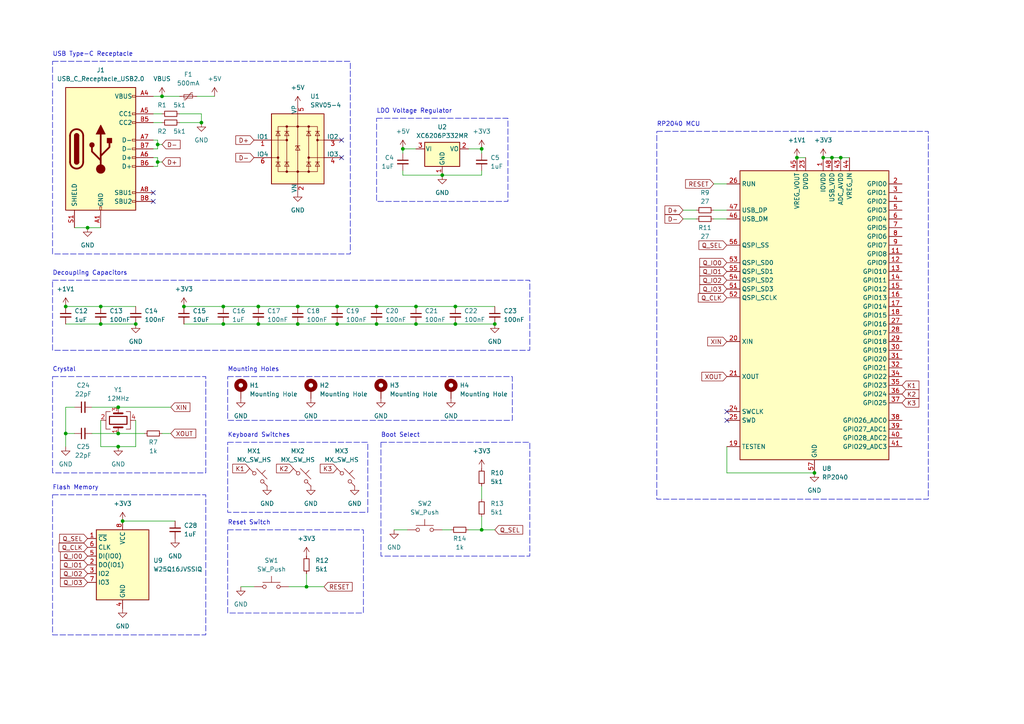
<source format=kicad_sch>
(kicad_sch (version 20230121) (generator eeschema)
  (paper "A4")
  (title_block (title "Cloverpad MX") (rev "1"))
  (lib_symbols
    (symbol "Connector:USB_C_Receptacle_USB2.0" (pin_names (offset 1.016))
      (property "Reference" "J" (at -10.16 19.05 0))
      (property "Value" "USB_C_Receptacle_USB2.0" (at 19.05 19.05 0))
      (symbol "USB_C_Receptacle_USB2.0_0_0"
        (rectangle (start -0.254 -17.78) (end 0.254 -16.764))
        (rectangle (start 10.16 -14.986) (end 9.144 -15.494))
        (rectangle (start 10.16 -12.446) (end 9.144 -12.954))
        (rectangle (start 10.16 -4.826) (end 9.144 -5.334))
        (rectangle (start 10.16 -2.286) (end 9.144 -2.794))
        (rectangle (start 10.16 0.254) (end 9.144 -0.254))
        (rectangle (start 10.16 2.794) (end 9.144 2.286))
        (rectangle (start 10.16 7.874) (end 9.144 7.366))
        (rectangle (start 10.16 10.414) (end 9.144 9.906))
        (rectangle (start 10.16 15.494) (end 9.144 14.986))
      )
      (symbol "USB_C_Receptacle_USB2.0_0_1"
        (rectangle (start -10.16 17.78) (end 10.16 -17.78) (stroke (width 0.254)) (fill (type background)))
        (arc (start -8.89 -3.81) (mid -6.985 -5.7067) (end -5.08 -3.81) (stroke (width 0.508)))
        (arc (start -7.62 -3.81) (mid -6.985 -4.4423) (end -6.35 -3.81) (stroke (width 0.254)))
        (arc (start -7.62 -3.81) (mid -6.985 -4.4423) (end -6.35 -3.81) (stroke (width 0.254)) (fill (type outline)))
        (rectangle (start -7.62 -3.81) (end -6.35 3.81) (stroke (width 0.254)) (fill (type outline)))
        (arc (start -6.35 3.81) (mid -6.985 4.4423) (end -7.62 3.81) (stroke (width 0.254)))
        (arc (start -6.35 3.81) (mid -6.985 4.4423) (end -7.62 3.81) (stroke (width 0.254)) (fill (type outline)))
        (arc (start -5.08 3.81) (mid -6.985 5.7067) (end -8.89 3.81) (stroke (width 0.508)))
        (circle (center -2.54 1.143) (radius 0.635) (stroke (width 0.254)) (fill (type outline)))
        (circle (center 0 -5.842) (radius 1.27) (fill (type outline)))
        (polyline (pts (xy -8.89 -3.81) (xy -8.89 3.81)) (stroke (width 0.508)))
        (polyline (pts (xy -5.08 3.81) (xy -5.08 -3.81)) (stroke (width 0.508)))
        (polyline (pts (xy 0 -5.842) (xy 0 4.318)) (stroke (width 0.508)))
        (polyline (pts (xy 0 -3.302) (xy -2.54 -0.762) (xy -2.54 0.508)) (stroke (width 0.508)))
        (polyline (pts (xy 0 -2.032) (xy 2.54 0.508) (xy 2.54 1.778)) (stroke (width 0.508)))
        (polyline (pts (xy -1.27 4.318) (xy 0 6.858) (xy 1.27 4.318) (xy -1.27 4.318)) (stroke (width 0.254)) (fill (type outline)))
        (rectangle (start 1.905 1.778) (end 3.175 3.048) (stroke (width 0.254)) (fill (type outline)))
      )
      (symbol "USB_C_Receptacle_USB2.0_1_1"
        (pin passive line (at 0 -22.86 90) (length 5.08) (name "GND") (number "A1"))
        (pin passive line (at 0 -22.86 90) (length 5.08) hide (name "GND") (number "A12"))
        (pin passive line (at 15.24 15.24 180) (length 5.08) (name "VBUS") (number "A4"))
        (pin bidirectional line (at 15.24 10.16 180) (length 5.08) (name "CC1") (number "A5"))
        (pin bidirectional line (at 15.24 -2.54 180) (length 5.08) (name "D+") (number "A6"))
        (pin bidirectional line (at 15.24 2.54 180) (length 5.08) (name "D-") (number "A7"))
        (pin bidirectional line (at 15.24 -12.7 180) (length 5.08) (name "SBU1") (number "A8"))
        (pin passive line (at 15.24 15.24 180) (length 5.08) hide (name "VBUS") (number "A9"))
        (pin passive line (at 0 -22.86 90) (length 5.08) hide (name "GND") (number "B1"))
        (pin passive line (at 0 -22.86 90) (length 5.08) hide (name "GND") (number "B12"))
        (pin passive line (at 15.24 15.24 180) (length 5.08) hide (name "VBUS") (number "B4"))
        (pin bidirectional line (at 15.24 7.62 180) (length 5.08) (name "CC2") (number "B5"))
        (pin bidirectional line (at 15.24 -5.08 180) (length 5.08) (name "D+") (number "B6"))
        (pin bidirectional line (at 15.24 0 180) (length 5.08) (name "D-") (number "B7"))
        (pin bidirectional line (at 15.24 -15.24 180) (length 5.08) (name "SBU2") (number "B8"))
        (pin passive line (at 15.24 15.24 180) (length 5.08) hide (name "VBUS") (number "B9"))
        (pin passive line (at -7.62 -22.86 90) (length 5.08) (name "SHIELD") (number "S1"))
      )
    )
    (symbol "Device:C_Small" (pin_numbers hide) (pin_names (offset 0.254) hide)
      (property "Reference" "C" (at 0.254 1.778 0))
      (property "Value" "C_Small" (at 0.254 -2.032 0))
      (symbol "C_Small_0_1"
        (polyline (pts (xy -1.524 -0.508) (xy 1.524 -0.508)) (stroke (width 0.3302)))
        (polyline (pts (xy -1.524 0.508) (xy 1.524 0.508)) (stroke (width 0.3048)))
      )
      (symbol "C_Small_1_1"
        (pin passive line (at 0 2.54 270) (length 2.032) (name "~") (number "1"))
        (pin passive line (at 0 -2.54 90) (length 2.032) (name "~") (number "2"))
      )
    )
    (symbol "Device:Crystal_GND24" (pin_names (offset 1.016) hide)
      (property "Reference" "Y" (at 3.175 5.08 0))
      (property "Value" "Crystal_GND24" (at 3.175 3.175 0))
      (symbol "Crystal_GND24_0_1"
        (rectangle (start -1.143 2.54) (end 1.143 -2.54) (stroke (width 0.3048)))
        (polyline (pts (xy -2.54 0) (xy -2.032 0)))
        (polyline (pts (xy -2.032 -1.27) (xy -2.032 1.27)) (stroke (width 0.508)))
        (polyline (pts (xy 0 -3.81) (xy 0 -3.556)))
        (polyline (pts (xy 0 3.556) (xy 0 3.81)))
        (polyline (pts (xy 2.032 -1.27) (xy 2.032 1.27)) (stroke (width 0.508)))
        (polyline (pts (xy 2.032 0) (xy 2.54 0)))
        (polyline (pts (xy -2.54 -2.286) (xy -2.54 -3.556) (xy 2.54 -3.556) (xy 2.54 -2.286)))
        (polyline (pts (xy -2.54 2.286) (xy -2.54 3.556) (xy 2.54 3.556) (xy 2.54 2.286)))
      )
      (symbol "Crystal_GND24_1_1"
        (pin passive line (at -3.81 0 0) (length 1.27) (name "1") (number "1"))
        (pin passive line (at 0 5.08 270) (length 1.27) (name "2") (number "2"))
        (pin passive line (at 3.81 0 180) (length 1.27) (name "3") (number "3"))
        (pin passive line (at 0 -5.08 90) (length 1.27) (name "4") (number "4"))
      )
    )
    (symbol "Device:Polyfuse_Small" (pin_numbers hide) (pin_names (offset 0))
      (property "Reference" "F" (at -1.905 0 90))
      (property "Value" "Polyfuse_Small" (at 1.905 0 90))
      (symbol "Polyfuse_Small_0_1"
        (rectangle (start -0.508 1.27) (end 0.508 -1.27))
        (polyline (pts (xy 0 2.54) (xy 0 -2.54)))
        (polyline (pts (xy -1.016 1.27) (xy -1.016 0.762) (xy 1.016 -0.762) (xy 1.016 -1.27)))
      )
      (symbol "Polyfuse_Small_1_1"
        (pin passive line (at 0 2.54 270) (length 0.635) (name "~") (number "1"))
        (pin passive line (at 0 -2.54 90) (length 0.635) (name "~") (number "2"))
      )
    )
    (symbol "Device:R_Small" (pin_numbers hide) (pin_names (offset 0.254) hide)
      (property "Reference" "R" (at 0.762 0.508 0))
      (property "Value" "R_Small" (at 0.762 -1.016 0))
      (symbol "R_Small_0_1"
        (rectangle (start -0.762 1.778) (end 0.762 -1.778) (stroke (width 0.2032)))
      )
      (symbol "R_Small_1_1"
        (pin passive line (at 0 2.54 270) (length 0.762) (name "~") (number "1"))
        (pin passive line (at 0 -2.54 90) (length 0.762) (name "~") (number "2"))
      )
    )
    (symbol "MCU_RaspberryPi:RP2040"
      (property "Reference" "U" (at 17.78 45.72 0))
      (property "Value" "RP2040" (at 17.78 43.18 0))
      (symbol "RP2040_0_1"
        (rectangle (start -21.59 41.91) (end 21.59 -41.91) (stroke (width 0.254)) (fill (type background)))
      )
      (symbol "RP2040_1_1"
        (pin power_in line (at 2.54 45.72 270) (length 3.81) (name "IOVDD") (number "1"))
        (pin passive line (at 2.54 45.72 270) (length 3.81) hide (name "IOVDD") (number "10"))
        (pin bidirectional line (at 25.4 17.78 180) (length 3.81) (name "GPIO8") (number "11"))
        (pin bidirectional line (at 25.4 15.24 180) (length 3.81) (name "GPIO9") (number "12"))
        (pin bidirectional line (at 25.4 12.7 180) (length 3.81) (name "GPIO10") (number "13"))
        (pin bidirectional line (at 25.4 10.16 180) (length 3.81) (name "GPIO11") (number "14"))
        (pin bidirectional line (at 25.4 7.62 180) (length 3.81) (name "GPIO12") (number "15"))
        (pin bidirectional line (at 25.4 5.08 180) (length 3.81) (name "GPIO13") (number "16"))
        (pin bidirectional line (at 25.4 2.54 180) (length 3.81) (name "GPIO14") (number "17"))
        (pin bidirectional line (at 25.4 0 180) (length 3.81) (name "GPIO15") (number "18"))
        (pin input line (at -25.4 -38.1 0) (length 3.81) (name "TESTEN") (number "19"))
        (pin bidirectional line (at 25.4 38.1 180) (length 3.81) (name "GPIO0") (number "2"))
        (pin input line (at -25.4 -7.62 0) (length 3.81) (name "XIN") (number "20"))
        (pin passive line (at -25.4 -17.78 0) (length 3.81) (name "XOUT") (number "21"))
        (pin passive line (at 2.54 45.72 270) (length 3.81) hide (name "IOVDD") (number "22"))
        (pin power_in line (at -2.54 45.72 270) (length 3.81) (name "DVDD") (number "23"))
        (pin input line (at -25.4 -27.94 0) (length 3.81) (name "SWCLK") (number "24"))
        (pin bidirectional line (at -25.4 -30.48 0) (length 3.81) (name "SWD") (number "25"))
        (pin input line (at -25.4 38.1 0) (length 3.81) (name "RUN") (number "26"))
        (pin bidirectional line (at 25.4 -2.54 180) (length 3.81) (name "GPIO16") (number "27"))
        (pin bidirectional line (at 25.4 -5.08 180) (length 3.81) (name "GPIO17") (number "28"))
        (pin bidirectional line (at 25.4 -7.62 180) (length 3.81) (name "GPIO18") (number "29"))
        (pin bidirectional line (at 25.4 35.56 180) (length 3.81) (name "GPIO1") (number "3"))
        (pin bidirectional line (at 25.4 -10.16 180) (length 3.81) (name "GPIO19") (number "30"))
        (pin bidirectional line (at 25.4 -12.7 180) (length 3.81) (name "GPIO20") (number "31"))
        (pin bidirectional line (at 25.4 -15.24 180) (length 3.81) (name "GPIO21") (number "32"))
        (pin passive line (at 2.54 45.72 270) (length 3.81) hide (name "IOVDD") (number "33"))
        (pin bidirectional line (at 25.4 -17.78 180) (length 3.81) (name "GPIO22") (number "34"))
        (pin bidirectional line (at 25.4 -20.32 180) (length 3.81) (name "GPIO23") (number "35"))
        (pin bidirectional line (at 25.4 -22.86 180) (length 3.81) (name "GPIO24") (number "36"))
        (pin bidirectional line (at 25.4 -25.4 180) (length 3.81) (name "GPIO25") (number "37"))
        (pin bidirectional line (at 25.4 -30.48 180) (length 3.81) (name "GPIO26_ADC0") (number "38"))
        (pin bidirectional line (at 25.4 -33.02 180) (length 3.81) (name "GPIO27_ADC1") (number "39"))
        (pin bidirectional line (at 25.4 33.02 180) (length 3.81) (name "GPIO2") (number "4"))
        (pin bidirectional line (at 25.4 -35.56 180) (length 3.81) (name "GPIO28_ADC2") (number "40"))
        (pin bidirectional line (at 25.4 -38.1 180) (length 3.81) (name "GPIO29_ADC3") (number "41"))
        (pin passive line (at 2.54 45.72 270) (length 3.81) hide (name "IOVDD") (number "42"))
        (pin power_in line (at 7.62 45.72 270) (length 3.81) (name "ADC_AVDD") (number "43"))
        (pin power_in line (at 10.16 45.72 270) (length 3.81) (name "VREG_IN") (number "44"))
        (pin power_out line (at -5.08 45.72 270) (length 3.81) (name "VREG_VOUT") (number "45"))
        (pin bidirectional line (at -25.4 27.94 0) (length 3.81) (name "USB_DM") (number "46"))
        (pin bidirectional line (at -25.4 30.48 0) (length 3.81) (name "USB_DP") (number "47"))
        (pin power_in line (at 5.08 45.72 270) (length 3.81) (name "USB_VDD") (number "48"))
        (pin passive line (at 2.54 45.72 270) (length 3.81) hide (name "IOVDD") (number "49"))
        (pin bidirectional line (at 25.4 30.48 180) (length 3.81) (name "GPIO3") (number "5"))
        (pin passive line (at -2.54 45.72 270) (length 3.81) hide (name "DVDD") (number "50"))
        (pin bidirectional line (at -25.4 7.62 0) (length 3.81) (name "QSPI_SD3") (number "51"))
        (pin output line (at -25.4 5.08 0) (length 3.81) (name "QSPI_SCLK") (number "52"))
        (pin bidirectional line (at -25.4 15.24 0) (length 3.81) (name "QSPI_SD0") (number "53"))
        (pin bidirectional line (at -25.4 10.16 0) (length 3.81) (name "QSPI_SD2") (number "54"))
        (pin bidirectional line (at -25.4 12.7 0) (length 3.81) (name "QSPI_SD1") (number "55"))
        (pin bidirectional line (at -25.4 20.32 0) (length 3.81) (name "QSPI_SS") (number "56"))
        (pin power_in line (at 0 -45.72 90) (length 3.81) (name "GND") (number "57"))
        (pin bidirectional line (at 25.4 27.94 180) (length 3.81) (name "GPIO4") (number "6"))
        (pin bidirectional line (at 25.4 25.4 180) (length 3.81) (name "GPIO5") (number "7"))
        (pin bidirectional line (at 25.4 22.86 180) (length 3.81) (name "GPIO6") (number "8"))
        (pin bidirectional line (at 25.4 20.32 180) (length 3.81) (name "GPIO7") (number "9"))
      )
    )
    (symbol "Mechanical:MountingHole_Pad" (pin_numbers hide) (pin_names (offset 1.016) hide)
      (property "Reference" "H" (at 0 6.35 0))
      (property "Value" "MountingHole_Pad" (at 0 4.445 0))
      (symbol "MountingHole_Pad_0_1"
        (circle (center 0 1.27) (radius 1.27) (stroke (width 1.27)))
      )
      (symbol "MountingHole_Pad_1_1"
        (pin input line (at 0 -2.54 90) (length 2.54) (name "1") (number "1"))
      )
    )
    (symbol "Memory_Flash:W25Q128JVS"
      (property "Reference" "U" (at -8.89 8.89 0))
      (property "Value" "W25Q128JVS" (at 7.62 8.89 0))
      (symbol "W25Q128JVS_0_1"
        (rectangle (start -7.62 10.16) (end 7.62 -10.16) (stroke (width 0.254)) (fill (type background)))
      )
      (symbol "W25Q128JVS_1_1"
        (pin input line (at -10.16 7.62 0) (length 2.54) (name "~{CS}") (number "1"))
        (pin bidirectional line (at -10.16 0 0) (length 2.54) (name "DO(IO1)") (number "2"))
        (pin bidirectional line (at -10.16 -2.54 0) (length 2.54) (name "IO2") (number "3"))
        (pin power_in line (at 0 -12.7 90) (length 2.54) (name "GND") (number "4"))
        (pin bidirectional line (at -10.16 2.54 0) (length 2.54) (name "DI(IO0)") (number "5"))
        (pin input line (at -10.16 5.08 0) (length 2.54) (name "CLK") (number "6"))
        (pin bidirectional line (at -10.16 -5.08 0) (length 2.54) (name "IO3") (number "7"))
        (pin power_in line (at 0 12.7 270) (length 2.54) (name "VCC") (number "8"))
      )
    )
    (symbol "PCM_marbastlib-mx:MX_SW_HS" (pin_numbers hide) (pin_names (offset 1.016) hide)
      (property "Reference" "MX" (at 3.048 1.016 0))
      (property "Value" "MX_SW_HS" (at 0 -3.81 0))
      (symbol "MX_SW_HS_0_1"
        (circle (center -1.1684 1.1684) (radius 0.508))
        (polyline (pts (xy -0.508 2.54) (xy 2.54 -0.508)))
        (polyline (pts (xy 1.016 1.016) (xy 2.032 2.032)))
        (polyline (pts (xy -2.54 2.54) (xy -1.524 1.524) (xy -1.524 1.524)))
        (polyline (pts (xy 1.524 -1.524) (xy 2.54 -2.54) (xy 2.54 -2.54) (xy 2.54 -2.54)))
        (circle (center 1.143 -1.1938) (radius 0.508))
        (pin passive line (at -2.54 2.54 0) (length 0) (name "1") (number "1"))
        (pin passive line (at 2.54 -2.54 180) (length 0) (name "2") (number "2"))
      )
    )
    (symbol "PCM_marbastlib-various:SRV05-4" (pin_names (offset 0))
      (property "Reference" "U" (at -5.08 11.43 0))
      (property "Value" "SRV05-4" (at 2.54 11.43 0))
      (symbol "SRV05-4_0_0"
        (rectangle (start -5.715 6.477) (end 5.715 -6.604))
        (polyline (pts (xy -3.175 -6.604) (xy -3.175 6.477)))
        (polyline (pts (xy 3.175 6.477) (xy 3.175 -6.604)))
      )
      (symbol "SRV05-4_0_1"
        (rectangle (start -7.62 10.16) (end 7.62 -10.16) (stroke (width 0.254)) (fill (type background)))
        (circle (center -5.715 -2.54) (radius 0.2794) (fill (type outline)))
        (circle (center -3.175 -6.604) (radius 0.2794) (fill (type outline)))
        (circle (center -3.175 2.54) (radius 0.2794) (fill (type outline)))
        (circle (center -3.175 6.477) (radius 0.2794) (fill (type outline)))
        (circle (center 0 -6.604) (radius 0.2794) (fill (type outline)))
        (polyline (pts (xy -7.747 2.54) (xy -3.175 2.54)))
        (polyline (pts (xy -7.62 -2.54) (xy -5.715 -2.54)))
        (polyline (pts (xy -5.08 -3.81) (xy -6.35 -3.81)))
        (polyline (pts (xy -5.08 5.08) (xy -6.35 5.08)))
        (polyline (pts (xy -2.54 -3.81) (xy -3.81 -3.81)))
        (polyline (pts (xy -2.54 5.08) (xy -3.81 5.08)))
        (polyline (pts (xy 0 10.16) (xy 0 -10.16)))
        (polyline (pts (xy 3.81 -3.81) (xy 2.54 -3.81)))
        (polyline (pts (xy 3.81 5.08) (xy 2.54 5.08)))
        (polyline (pts (xy 6.35 -3.81) (xy 5.08 -3.81)))
        (polyline (pts (xy 6.35 5.08) (xy 5.08 5.08)))
        (polyline (pts (xy 7.62 -2.54) (xy 3.175 -2.54)))
        (polyline (pts (xy 7.62 2.54) (xy 5.715 2.54)))
        (polyline (pts (xy 0.635 0.889) (xy -0.635 0.889) (xy -0.635 0.635)))
        (polyline (pts (xy -5.08 -5.08) (xy -6.35 -5.08) (xy -5.715 -3.81) (xy -5.08 -5.08)))
        (polyline (pts (xy -5.08 3.81) (xy -6.35 3.81) (xy -5.715 5.08) (xy -5.08 3.81)))
        (polyline (pts (xy -2.54 -5.08) (xy -3.81 -5.08) (xy -3.175 -3.81) (xy -2.54 -5.08)))
        (polyline (pts (xy -2.54 3.81) (xy -3.81 3.81) (xy -3.175 5.08) (xy -2.54 3.81)))
        (polyline (pts (xy 0.635 -0.381) (xy -0.635 -0.381) (xy 0 0.889) (xy 0.635 -0.381)))
        (polyline (pts (xy 3.81 -5.08) (xy 2.54 -5.08) (xy 3.175 -3.81) (xy 3.81 -5.08)))
        (polyline (pts (xy 3.81 3.81) (xy 2.54 3.81) (xy 3.175 5.08) (xy 3.81 3.81)))
        (polyline (pts (xy 6.35 -5.08) (xy 5.08 -5.08) (xy 5.715 -3.81) (xy 6.35 -5.08)))
        (polyline (pts (xy 6.35 3.81) (xy 5.08 3.81) (xy 5.715 5.08) (xy 6.35 3.81)))
        (circle (center 0 6.477) (radius 0.2794) (fill (type outline)))
        (circle (center 3.175 -6.604) (radius 0.2794) (fill (type outline)))
        (circle (center 3.175 -2.54) (radius 0.2794) (fill (type outline)))
        (circle (center 3.175 6.477) (radius 0.2794) (fill (type outline)))
        (circle (center 5.715 2.54) (radius 0.2794) (fill (type outline)))
      )
      (symbol "SRV05-4_1_1"
        (pin passive line (at -12.7 2.54 0) (length 5.08) (name "IO1") (number "1"))
        (pin passive line (at 0 -12.7 90) (length 2.54) (name "VN") (number "2"))
        (pin passive line (at 12.7 2.54 180) (length 5.08) (name "IO2") (number "3"))
        (pin passive line (at 12.7 -2.54 180) (length 5.08) (name "IO3") (number "4"))
        (pin passive line (at 0 12.7 270) (length 2.54) (name "VP") (number "5"))
        (pin passive line (at -12.7 -2.54 0) (length 5.08) (name "IO4") (number "6"))
      )
    )
    (symbol "Regulator_Linear:XC6206PxxxMR" (pin_names (offset 0.254))
      (property "Reference" "U" (at -3.81 3.175 0))
      (property "Value" "XC6206PxxxMR" (at 0 3.175 0))
      (symbol "XC6206PxxxMR_0_1"
        (rectangle (start -5.08 1.905) (end 5.08 -5.08) (stroke (width 0.254)) (fill (type background)))
      )
      (symbol "XC6206PxxxMR_1_1"
        (pin power_in line (at 0 -7.62 90) (length 2.54) (name "GND") (number "1"))
        (pin power_out line (at 7.62 0 180) (length 2.54) (name "VO") (number "2"))
        (pin power_in line (at -7.62 0 0) (length 2.54) (name "VI") (number "3"))
      )
    )
    (symbol "Switch:SW_Push" (pin_numbers hide) (pin_names (offset 1.016) hide)
      (property "Reference" "SW" (at 1.27 2.54 0))
      (property "Value" "SW_Push" (at 0 -1.524 0))
      (symbol "SW_Push_0_1"
        (circle (center -2.032 0) (radius 0.508))
        (polyline (pts (xy 0 1.27) (xy 0 3.048)))
        (polyline (pts (xy 2.54 1.27) (xy -2.54 1.27)))
        (circle (center 2.032 0) (radius 0.508))
        (pin passive line (at -5.08 0 0) (length 2.54) (name "1") (number "1"))
        (pin passive line (at 5.08 0 180) (length 2.54) (name "2") (number "2"))
      )
    )
    (symbol "power:+1V1" (power) (pin_names (offset 0))
      (property "Value" "+1V1" (at 0 3.556 0))
      (symbol "+1V1_0_1"
        (polyline (pts (xy -0.762 1.27) (xy 0 2.54)))
        (polyline (pts (xy 0 0) (xy 0 2.54)))
        (polyline (pts (xy 0 2.54) (xy 0.762 1.27)))
      )
      (symbol "+1V1_1_1"
        (pin power_in line (at 0 0 90) (length 0) hide (name "+1V1") (number "1"))
      )
    )
    (symbol "power:+3V3" (power) (pin_names (offset 0))
      (property "Value" "+3V3" (at 0 3.556 0))
      (symbol "+3V3_0_1"
        (polyline (pts (xy -0.762 1.27) (xy 0 2.54)))
        (polyline (pts (xy 0 0) (xy 0 2.54)))
        (polyline (pts (xy 0 2.54) (xy 0.762 1.27)))
      )
      (symbol "+3V3_1_1"
        (pin power_in line (at 0 0 90) (length 0) hide (name "+3V3") (number "1"))
      )
    )
    (symbol "power:+5V" (power) (pin_names (offset 0))
      (property "Value" "+5V" (at 0 3.556 0))
      (symbol "+5V_0_1"
        (polyline (pts (xy -0.762 1.27) (xy 0 2.54)))
        (polyline (pts (xy 0 0) (xy 0 2.54)))
        (polyline (pts (xy 0 2.54) (xy 0.762 1.27)))
      )
      (symbol "+5V_1_1"
        (pin power_in line (at 0 0 90) (length 0) hide (name "+5V") (number "1"))
      )
    )
    (symbol "power:GND" (power) (pin_names (offset 0))
      (property "Value" "GND" (at 0 -3.81 0))
      (symbol "GND_0_1"
        (polyline (pts (xy 0 0) (xy 0 -1.27) (xy 1.27 -1.27) (xy 0 -2.54) (xy -1.27 -1.27) (xy 0 -1.27)))
      )
      (symbol "GND_1_1"
        (pin power_in line (at 0 0 270) (length 0) hide (name "GND") (number "1"))
      )
    )
    (symbol "power:VBUS" (power) (pin_names (offset 0))
      (property "Value" "VBUS" (at 0 3.81 0))
      (symbol "VBUS_0_1"
        (polyline (pts (xy -0.762 1.27) (xy 0 2.54)))
        (polyline (pts (xy 0 0) (xy 0 2.54)))
        (polyline (pts (xy 0 2.54) (xy 0.762 1.27)))
      )
      (symbol "VBUS_1_1"
        (pin power_in line (at 0 0 90) (length 0) hide (name "VBUS") (number "1"))
      )
    )
  )
  (junction (at 35.56 151.13))
  (junction (at 25.4 66.04))
  (junction (at 120.65 93.98))
  (junction (at 128.27 50.8))
  (junction (at 19.05 88.9))
  (junction (at 231.14 45.72))
  (junction (at 88.9 170.18))
  (junction (at 132.08 88.9))
  (junction (at 53.34 88.9))
  (junction (at 132.08 93.98))
  (junction (at 34.29 129.54))
  (junction (at 74.93 88.9))
  (junction (at 19.05 125.73))
  (junction (at 29.21 93.98))
  (junction (at 243.84 45.72))
  (junction (at 34.29 118.11))
  (junction (at 116.84 43.18))
  (junction (at 46.99 27.94))
  (junction (at 97.79 93.98))
  (junction (at 64.77 93.98))
  (junction (at 45.72 46.99))
  (junction (at 39.37 93.98))
  (junction (at 29.21 88.9))
  (junction (at 143.51 93.98))
  (junction (at 109.22 93.98))
  (junction (at 139.7 43.18))
  (junction (at 109.22 88.9))
  (junction (at 34.29 125.73))
  (junction (at 120.65 88.9))
  (junction (at 86.36 88.9))
  (junction (at 64.77 88.9))
  (junction (at 58.42 35.56))
  (junction (at 238.76 45.72))
  (junction (at 45.72 41.91))
  (junction (at 74.93 93.98))
  (junction (at 241.3 45.72))
  (junction (at 139.7 153.67))
  (junction (at 86.36 93.98))
  (junction (at 97.79 88.9))
  (junction (at 236.22 137.16))
  (no_connect (at 99.06 40.64))
  (no_connect (at 44.45 58.42))
  (no_connect (at 210.82 119.38))
  (no_connect (at 44.45 55.88))
  (no_connect (at 210.82 121.92))
  (no_connect (at 99.06 45.72))
  (wire (pts (xy 109.22 93.98) (xy 120.65 93.98)))
  (wire (pts (xy 29.21 129.54) (xy 34.29 129.54)))
  (wire (pts (xy 116.84 49.53) (xy 116.84 50.8)))
  (wire (pts (xy 46.99 27.94) (xy 44.45 27.94)))
  (wire (pts (xy 74.93 88.9) (xy 86.36 88.9)))
  (wire (pts (xy 88.9 170.18) (xy 93.98 170.18)))
  (wire (pts (xy 139.7 49.53) (xy 139.7 50.8)))
  (wire (pts (xy 132.08 88.9) (xy 143.51 88.9)))
  (wire (pts (xy 109.22 88.9) (xy 120.65 88.9)))
  (wire (pts (xy 46.99 33.02) (xy 44.45 33.02)))
  (wire (pts (xy 139.7 43.18) (xy 139.7 44.45)))
  (wire (pts (xy 34.29 118.11) (xy 49.53 118.11)))
  (wire (pts (xy 44.45 43.18) (xy 45.72 43.18)))
  (wire (pts (xy 53.34 93.98) (xy 64.77 93.98)))
  (wire (pts (xy 45.72 43.18) (xy 45.72 41.91)))
  (wire (pts (xy 57.15 27.94) (xy 62.23 27.94)))
  (wire (pts (xy 29.21 88.9) (xy 39.37 88.9)))
  (wire (pts (xy 139.7 149.86) (xy 139.7 153.67)))
  (wire (pts (xy 241.3 45.72) (xy 243.84 45.72)))
  (wire (pts (xy 114.3 153.67) (xy 118.11 153.67)))
  (wire (pts (xy 116.84 50.8) (xy 128.27 50.8)))
  (wire (pts (xy 135.89 43.18) (xy 139.7 43.18)))
  (wire (pts (xy 210.82 137.16) (xy 236.22 137.16)))
  (wire (pts (xy 86.36 93.98) (xy 97.79 93.98)))
  (wire (pts (xy 243.84 45.72) (xy 246.38 45.72)))
  (wire (pts (xy 44.45 40.64) (xy 45.72 40.64)))
  (wire (pts (xy 198.12 60.96) (xy 201.93 60.96)))
  (wire (pts (xy 207.01 63.5) (xy 210.82 63.5)))
  (wire (pts (xy 26.67 118.11) (xy 34.29 118.11)))
  (wire (pts (xy 116.84 43.18) (xy 116.84 44.45)))
  (wire (pts (xy 21.59 66.04) (xy 25.4 66.04)))
  (wire (pts (xy 120.65 88.9) (xy 132.08 88.9)))
  (wire (pts (xy 26.67 125.73) (xy 34.29 125.73)))
  (wire (pts (xy 207.01 60.96) (xy 210.82 60.96)))
  (wire (pts (xy 86.36 88.9) (xy 97.79 88.9)))
  (wire (pts (xy 97.79 88.9) (xy 109.22 88.9)))
  (wire (pts (xy 39.37 129.54) (xy 34.29 129.54)))
  (wire (pts (xy 45.72 41.91) (xy 46.99 41.91)))
  (wire (pts (xy 135.89 153.67) (xy 139.7 153.67)))
  (wire (pts (xy 120.65 93.98) (xy 132.08 93.98)))
  (wire (pts (xy 231.14 45.72) (xy 233.68 45.72)))
  (wire (pts (xy 44.45 45.72) (xy 45.72 45.72)))
  (wire (pts (xy 52.07 35.56) (xy 58.42 35.56)))
  (wire (pts (xy 29.21 93.98) (xy 39.37 93.98)))
  (wire (pts (xy 88.9 166.37) (xy 88.9 170.18)))
  (wire (pts (xy 19.05 125.73) (xy 19.05 129.54)))
  (wire (pts (xy 35.56 151.13) (xy 50.8 151.13)))
  (wire (pts (xy 29.21 121.92) (xy 29.21 129.54)))
  (wire (pts (xy 238.76 45.72) (xy 241.3 45.72)))
  (wire (pts (xy 25.4 66.04) (xy 29.21 66.04)))
  (wire (pts (xy 19.05 88.9) (xy 29.21 88.9)))
  (wire (pts (xy 210.82 129.54) (xy 210.82 137.16)))
  (wire (pts (xy 44.45 35.56) (xy 46.99 35.56)))
  (wire (pts (xy 34.29 125.73) (xy 41.91 125.73)))
  (wire (pts (xy 198.12 63.5) (xy 201.93 63.5)))
  (wire (pts (xy 19.05 118.11) (xy 19.05 125.73)))
  (wire (pts (xy 19.05 93.98) (xy 29.21 93.98)))
  (wire (pts (xy 45.72 40.64) (xy 45.72 41.91)))
  (wire (pts (xy 45.72 45.72) (xy 45.72 46.99)))
  (wire (pts (xy 21.59 118.11) (xy 19.05 118.11)))
  (wire (pts (xy 69.85 170.18) (xy 73.66 170.18)))
  (wire (pts (xy 207.01 53.34) (xy 210.82 53.34)))
  (wire (pts (xy 44.45 48.26) (xy 45.72 48.26)))
  (wire (pts (xy 64.77 93.98) (xy 74.93 93.98)))
  (wire (pts (xy 58.42 33.02) (xy 58.42 35.56)))
  (wire (pts (xy 116.84 43.18) (xy 120.65 43.18)))
  (wire (pts (xy 64.77 88.9) (xy 74.93 88.9)))
  (wire (pts (xy 39.37 121.92) (xy 39.37 129.54)))
  (wire (pts (xy 97.79 93.98) (xy 109.22 93.98)))
  (wire (pts (xy 83.82 170.18) (xy 88.9 170.18)))
  (wire (pts (xy 74.93 93.98) (xy 86.36 93.98)))
  (wire (pts (xy 52.07 27.94) (xy 46.99 27.94)))
  (wire (pts (xy 45.72 48.26) (xy 45.72 46.99)))
  (wire (pts (xy 53.34 88.9) (xy 64.77 88.9)))
  (wire (pts (xy 139.7 153.67) (xy 143.51 153.67)))
  (wire (pts (xy 128.27 153.67) (xy 130.81 153.67)))
  (wire (pts (xy 52.07 33.02) (xy 58.42 33.02)))
  (wire (pts (xy 46.99 125.73) (xy 49.53 125.73)))
  (wire (pts (xy 139.7 140.97) (xy 139.7 144.78)))
  (wire (pts (xy 45.72 46.99) (xy 46.99 46.99)))
  (wire (pts (xy 19.05 125.73) (xy 21.59 125.73)))
  (wire (pts (xy 128.27 50.8) (xy 139.7 50.8)))
  (wire (pts (xy 132.08 93.98) (xy 143.51 93.98)))
  (rectangle (start 15.24 109.22) (end 59.69 137.16) (stroke (width 0) (type dash)))
  (rectangle (start 109.22 34.29) (end 147.32 58.42) (stroke (width 0) (type dash)))
  (rectangle (start 66.04 109.22) (end 148.59 121.92) (stroke (width 0) (type dash)))
  (rectangle (start 15.24 81.28) (end 153.67 101.6) (stroke (width 0) (type dash)))
  (rectangle (start 15.24 143.51) (end 59.69 184.15) (stroke (width 0) (type dash)))
  (rectangle (start 66.04 128.27) (end 106.68 148.59) (stroke (width 0) (type dash)))
  (rectangle (start 15.24 17.78) (end 101.6 73.66) (stroke (width 0) (type dash)))
  (rectangle (start 66.04 153.67) (end 105.41 177.8) (stroke (width 0) (type dash)))
  (rectangle (start 190.5 38.1) (end 269.24 144.78) (stroke (width 0) (type dash)))
  (rectangle (start 110.49 128.27) (end 153.67 161.29) (stroke (width 0) (type dash)))
  (text "Reset Switch" (at 66.04 152.4 0) (effects (font (size 1.27 1.27)) (justify left bottom)))
  (text "USB Type-C Receptacle" (at 15.24 16.51 0) (effects (font (size 1.27 1.27)) (justify left bottom)))
  (text "Mounting Holes" (at 66.04 107.95 0) (effects (font (size 1.27 1.27)) (justify left bottom)))
  (text "Decoupling Capacitors" (at 15.24 80.01 0) (effects (font (size 1.27 1.27)) (justify left bottom)))
  (text "LDO Voltage Regulator" (at 109.22 33.02 0) (effects (font (size 1.27 1.27)) (justify left bottom)))
  (text "Keyboard Switches" (at 66.04 127 0) (effects (font (size 1.27 1.27)) (justify left bottom)))
  (text "RP2040 MCU" (at 190.5 36.83 0) (effects (font (size 1.27 1.27)) (justify left bottom)))
  (text "Flash Memory" (at 15.24 142.24 0) (effects (font (size 1.27 1.27)) (justify left bottom)))
  (text "Boot Select" (at 110.49 127 0) (effects (font (size 1.27 1.27)) (justify left bottom)))
  (text "Crystal" (at 15.24 107.95 0) (effects (font (size 1.27 1.27)) (justify left bottom)))
  (global_label "D+" (shape input) (at 73.66 40.64 180) (property "Intersheetrefs" "${INTERSHEET_REFS}" (effects hide)))
  (global_label "Q_SEL" (shape input) (at 143.51 153.67 0) (property "Intersheetrefs" "${INTERSHEET_REFS}" (effects hide)))
  (global_label "XIN" (shape input) (at 210.82 99.06 180) (property "Intersheetrefs" "${INTERSHEET_REFS}" (effects hide)))
  (global_label "XIN" (shape input) (at 49.53 118.11 0) (property "Intersheetrefs" "${INTERSHEET_REFS}" (effects hide)))
  (global_label "D-" (shape input) (at 46.99 41.91 0) (property "Intersheetrefs" "${INTERSHEET_REFS}" (effects hide)))
  (global_label "RESET" (shape input) (at 93.98 170.18 0) (property "Intersheetrefs" "${INTERSHEET_REFS}" (effects hide)))
  (global_label "D-" (shape input) (at 73.66 45.72 180) (property "Intersheetrefs" "${INTERSHEET_REFS}" (effects hide)))
  (global_label "Q_CLK" (shape input) (at 25.4 158.75 180) (property "Intersheetrefs" "${INTERSHEET_REFS}" (effects hide)))
  (global_label "K2" (shape input) (at 261.62 114.3 0) (property "Intersheetrefs" "${INTERSHEET_REFS}" (effects hide)))
  (global_label "K2" (shape input) (at 85.09 135.89 180) (property "Intersheetrefs" "${INTERSHEET_REFS}" (effects hide)))
  (global_label "XOUT" (shape input) (at 49.53 125.73 0) (property "Intersheetrefs" "${INTERSHEET_REFS}" (effects hide)))
  (global_label "Q_IO0" (shape input) (at 210.82 76.2 180) (property "Intersheetrefs" "${INTERSHEET_REFS}" (effects hide)))
  (global_label "Q_IO3" (shape input) (at 25.4 168.91 180) (property "Intersheetrefs" "${INTERSHEET_REFS}" (effects hide)))
  (global_label "Q_IO0" (shape input) (at 25.4 161.29 180) (property "Intersheetrefs" "${INTERSHEET_REFS}" (effects hide)))
  (global_label "D+" (shape input) (at 198.12 60.96 180) (property "Intersheetrefs" "${INTERSHEET_REFS}" (effects hide)))
  (global_label "RESET" (shape input) (at 207.01 53.34 180) (property "Intersheetrefs" "${INTERSHEET_REFS}" (effects hide)))
  (global_label "K1" (shape input) (at 261.62 111.76 0) (property "Intersheetrefs" "${INTERSHEET_REFS}" (effects hide)))
  (global_label "Q_SEL" (shape input) (at 210.82 71.12 180) (property "Intersheetrefs" "${INTERSHEET_REFS}" (effects hide)))
  (global_label "K3" (shape input) (at 261.62 116.84 0) (property "Intersheetrefs" "${INTERSHEET_REFS}" (effects hide)))
  (global_label "K1" (shape input) (at 72.39 135.89 180) (property "Intersheetrefs" "${INTERSHEET_REFS}" (effects hide)))
  (global_label "Q_IO1" (shape input) (at 25.4 163.83 180) (property "Intersheetrefs" "${INTERSHEET_REFS}" (effects hide)))
  (global_label "Q_SEL" (shape input) (at 25.4 156.21 180) (property "Intersheetrefs" "${INTERSHEET_REFS}" (effects hide)))
  (global_label "Q_CLK" (shape input) (at 210.82 86.36 180) (property "Intersheetrefs" "${INTERSHEET_REFS}" (effects hide)))
  (global_label "K3" (shape input) (at 97.79 135.89 180) (property "Intersheetrefs" "${INTERSHEET_REFS}" (effects hide)))
  (global_label "D-" (shape input) (at 198.12 63.5 180) (property "Intersheetrefs" "${INTERSHEET_REFS}" (effects hide)))
  (global_label "Q_IO2" (shape input) (at 25.4 166.37 180) (property "Intersheetrefs" "${INTERSHEET_REFS}" (effects hide)))
  (global_label "XOUT" (shape input) (at 210.82 109.22 180) (property "Intersheetrefs" "${INTERSHEET_REFS}" (effects hide)))
  (global_label "Q_IO1" (shape input) (at 210.82 78.74 180) (property "Intersheetrefs" "${INTERSHEET_REFS}" (effects hide)))
  (global_label "Q_IO2" (shape input) (at 210.82 81.28 180) (property "Intersheetrefs" "${INTERSHEET_REFS}" (effects hide)))
  (global_label "Q_IO3" (shape input) (at 210.82 83.82 180) (property "Intersheetrefs" "${INTERSHEET_REFS}" (effects hide)))
  (global_label "D+" (shape input) (at 46.99 46.99 0) (property "Intersheetrefs" "${INTERSHEET_REFS}" (effects hide)))
  (symbol (lib_id "power:GND") (at 58.42 35.56 0) (unit 1)
    (property "Reference" "#PWR010" (effects hide))
    (property "Value" "GND" (at 58.42 40.64 0))
  )
  (symbol (lib_id "power:GND") (at 236.22 137.16 0) (unit 1)
    (property "Reference" "#PWR057" (effects hide))
    (property "Value" "GND" (at 236.22 142.24 0))
  )
  (symbol (lib_id "Device:C_Small") (at 120.65 91.44 0) (unit 1)
    (property "Reference" "C21" (at 123.19 90.1763 0) (effects (justify left)))
    (property "Value" "100nF" (at 123.19 92.7163 0) (effects (justify left)))
    (property "Footprint" "Capacitor_SMD:C_0402_1005Metric" (effects hide))
    (property "LCSC" "C1525" (effects hide))
  )
  (symbol (lib_id "power:GND") (at 25.4 66.04 0) (unit 1)
    (property "Reference" "#PWR021" (effects hide))
    (property "Value" "GND" (at 25.4 71.12 0))
  )
  (symbol (lib_id "Switch:SW_Push") (at 78.74 170.18 0) (unit 1)
    (property "Reference" "SW1" (at 78.74 162.56 0))
    (property "Value" "SW_Push" (at 78.74 165.1 0))
    (property "Footprint" "Button_Switch_SMD:SW_SPST_TL3342" (effects hide))
    (property "LCSC" "C318884" (effects hide))
  )
  (symbol (lib_id "power:GND") (at 19.05 129.54 0) (unit 1)
    (property "Reference" "#PWR041" (effects hide))
    (property "Value" "GND" (at 19.05 134.62 0))
  )
  (symbol (lib_id "Device:C_Small") (at 24.13 125.73 90) (mirror x) (unit 1)
    (property "Reference" "C25" (at 24.13 129.54 90))
    (property "Value" "22pF" (at 24.1237 132.08 90))
    (property "Footprint" "Capacitor_SMD:C_0402_1005Metric" (effects hide))
    (property "LCSC" "C1555" (effects hide))
  )
  (symbol (lib_id "Regulator_Linear:XC6206PxxxMR") (at 128.27 43.18 0) (unit 1)
    (property "Reference" "U2" (at 128.27 36.83 0))
    (property "Value" "XC6206P332MR" (at 128.27 39.37 0))
    (property "Footprint" "Package_TO_SOT_SMD:SOT-23-3" (effects hide))
    (property "Datasheet" "https://www.torexsemi.com/file/xc6206/XC6206.pdf" (effects hide))
    (property "LCSC" "C5446" (effects hide))
  )
  (symbol (lib_id "power:+5V") (at 62.23 27.94 0) (unit 1)
    (property "Reference" "#PWR02" (effects hide))
    (property "Value" "+5V" (at 62.23 22.86 0))
  )
  (symbol (lib_id "power:GND") (at 128.27 50.8 0) (unit 1)
    (property "Reference" "#PWR013" (effects hide))
    (property "Value" "GND" (at 128.27 55.88 0))
  )
  (symbol (lib_id "Device:R_Small") (at 88.9 163.83 0) (unit 1)
    (property "Reference" "R12" (at 91.44 162.56 0) (effects (justify left)))
    (property "Value" "5k1" (at 91.44 165.1 0) (effects (justify left)))
    (property "Footprint" "Resistor_SMD:R_0402_1005Metric" (effects hide))
    (property "LCSC" "C25905" (effects hide))
  )
  (symbol (lib_id "Device:C_Small") (at 29.21 91.44 0) (unit 1)
    (property "Reference" "C13" (at 31.75 90.1763 0) (effects (justify left)))
    (property "Value" "100nF" (at 31.75 92.7163 0) (effects (justify left)))
    (property "Footprint" "Capacitor_SMD:C_0402_1005Metric" (effects hide))
    (property "LCSC" "C1525" (effects hide))
  )
  (symbol (lib_id "Device:R_Small") (at 133.35 153.67 90) (unit 1)
    (property "Reference" "R14" (at 133.35 156.21 90))
    (property "Value" "1k" (at 133.35 158.75 90))
    (property "Footprint" "Resistor_SMD:R_0402_1005Metric" (effects hide))
    (property "LCSC" "C11702" (effects hide))
  )
  (symbol (lib_id "Device:C_Small") (at 86.36 91.44 0) (unit 1)
    (property "Reference" "C18" (at 88.9 90.1763 0) (effects (justify left)))
    (property "Value" "100nF" (at 88.9 92.7163 0) (effects (justify left)))
    (property "Footprint" "Capacitor_SMD:C_0402_1005Metric" (effects hide))
    (property "LCSC" "C1525" (effects hide))
  )
  (symbol (lib_id "Device:Crystal_GND24") (at 34.29 121.92 90) (unit 1)
    (property "Reference" "Y1" (at 34.29 113.03 90))
    (property "Value" "12MHz" (at 34.29 115.57 90))
    (property "Footprint" "Crystal:Crystal_SMD_3225-4Pin_3.2x2.5mm" (effects hide))
    (property "LCSC" "C9002" (effects hide))
  )
  (symbol (lib_id "power:+5V") (at 86.36 30.48 0) (unit 1)
    (property "Reference" "#PWR06" (effects hide))
    (property "Value" "+5V" (at 86.36 25.4 0))
  )
  (symbol (lib_id "power:+3V3") (at 139.7 43.18 0) (unit 1)
    (property "Reference" "#PWR012" (effects hide))
    (property "Value" "+3V3" (at 139.7 38.1 0))
  )
  (symbol (lib_id "PCM_marbastlib-mx:MX_SW_HS") (at 74.93 138.43 0) (unit 1)
    (property "Reference" "MX1" (at 73.66 130.81 0))
    (property "Value" "MX_SW_HS" (at 73.66 133.35 0))
    (property "Footprint" "PCM_marbastlib-mx:SW_MX_HS_1u" (effects hide))
    (property "Datasheet" "https://datasheet.lcsc.com/lcsc/2211090930_Kailh-CPG151101S11-1_C5184526.pdf" (effects hide))
    (property "LCSC" "C5156480" (effects hide))
  )
  (symbol (lib_id "power:GND") (at 90.17 140.97 0) (unit 1)
    (property "Reference" "#PWR04" (effects hide))
    (property "Value" "GND" (at 90.17 146.05 0))
  )
  (symbol (lib_id "Device:C_Small") (at 116.84 46.99 0) (mirror y) (unit 1)
    (property "Reference" "C4" (at 114.3 45.7263 0) (effects (justify left)))
    (property "Value" "1uF" (at 114.3 48.2663 0) (effects (justify left)))
    (property "Footprint" "Capacitor_SMD:C_0402_1005Metric" (effects hide))
    (property "LCSC" "C52923" (effects hide))
  )
  (symbol (lib_id "Device:R_Small") (at 139.7 138.43 0) (unit 1)
    (property "Reference" "R10" (at 142.24 137.16 0) (effects (justify left)))
    (property "Value" "5k1" (at 142.24 139.7 0) (effects (justify left)))
    (property "Footprint" "Resistor_SMD:R_0402_1005Metric" (effects hide))
    (property "LCSC" "C25905" (effects hide))
  )
  (symbol (lib_id "Mechanical:MountingHole_Pad") (at 90.17 113.03 0) (unit 1) (in_bom no)
    (property "Reference" "H2" (at 92.71 111.76 0) (effects (justify left)))
    (property "Value" "Mounting Hole" (at 92.71 114.3 0) (effects (justify left)))
    (property "Footprint" "MountingHole:MountingHole_2.2mm_M2_Pad" (effects hide))
  )
  (symbol (lib_id "PCM_marbastlib-various:SRV05-4") (at 86.36 43.18 0) (unit 1)
    (property "Reference" "U1" (at 89.9861 27.94 0) (effects (justify left)))
    (property "Value" "SRV05-4" (at 89.9861 30.48 0) (effects (justify left)))
    (property "Footprint" "PCM_marbastlib-various:SOT-23-6-routable" (effects hide))
    (property "Datasheet" "http://www.onsemi.com/pub/Collateral/SRV05-4-D.PDF" (effects hide))
    (property "LCSC" "C2836319" (effects hide))
  )
  (symbol (lib_id "Device:Polyfuse_Small") (at 54.61 27.94 270) (unit 1)
    (property "Reference" "F1" (at 54.61 21.59 90))
    (property "Value" "500mA" (at 54.61 24.13 90))
    (property "Footprint" "Fuse:Fuse_1206_3216Metric" (effects hide))
    (property "LCSC" "C170165" (effects hide))
  )
  (symbol (lib_id "PCM_marbastlib-mx:MX_SW_HS") (at 100.33 138.43 0) (unit 1)
    (property "Reference" "MX3" (at 99.06 130.81 0))
    (property "Value" "MX_SW_HS" (at 99.06 133.35 0))
    (property "Footprint" "PCM_marbastlib-mx:SW_MX_HS_1u" (effects hide))
    (property "Datasheet" "https://datasheet.lcsc.com/lcsc/2211090930_Kailh-CPG151101S11-1_C5184526.pdf" (effects hide))
    (property "LCSC" "C5156480" (effects hide))
  )
  (symbol (lib_id "Device:R_Small") (at 204.47 60.96 90) (unit 1)
    (property "Reference" "R9" (at 204.47 55.88 90))
    (property "Value" "27" (at 204.47 58.42 90))
    (property "Footprint" "Resistor_SMD:R_0402_1005Metric" (effects hide))
    (property "LCSC" "C25100" (effects hide))
  )
  (symbol (lib_id "power:GND") (at 77.47 140.97 0) (unit 1)
    (property "Reference" "#PWR03" (effects hide))
    (property "Value" "GND" (at 77.47 146.05 0))
  )
  (symbol (lib_id "power:GND") (at 39.37 93.98 0) (unit 1)
    (property "Reference" "#PWR032" (effects hide))
    (property "Value" "GND" (at 39.37 99.06 0))
  )
  (symbol (lib_id "power:+5V") (at 116.84 43.18 0) (unit 1)
    (property "Reference" "#PWR011" (effects hide))
    (property "Value" "+5V" (at 116.84 38.1 0))
  )
  (symbol (lib_id "Device:C_Small") (at 97.79 91.44 0) (unit 1)
    (property "Reference" "C19" (at 100.33 90.1763 0) (effects (justify left)))
    (property "Value" "100nF" (at 100.33 92.7163 0) (effects (justify left)))
    (property "Footprint" "Capacitor_SMD:C_0402_1005Metric" (effects hide))
    (property "LCSC" "C1525" (effects hide))
  )
  (symbol (lib_id "Mechanical:MountingHole_Pad") (at 110.49 113.03 0) (unit 1) (in_bom no)
    (property "Reference" "H3" (at 113.03 111.76 0) (effects (justify left)))
    (property "Value" "Mounting Hole" (at 113.03 114.3 0) (effects (justify left)))
    (property "Footprint" "MountingHole:MountingHole_2.2mm_M2_Pad" (effects hide))
  )
  (symbol (lib_id "power:GND") (at 90.17 115.57 0) (unit 1)
    (property "Reference" "#PWR08" (effects hide))
    (property "Value" "GND" (at 90.17 120.65 0))
  )
  (symbol (lib_id "Device:C_Small") (at 74.93 91.44 0) (unit 1)
    (property "Reference" "C17" (at 77.47 90.1763 0) (effects (justify left)))
    (property "Value" "100nF" (at 77.47 92.7163 0) (effects (justify left)))
    (property "Footprint" "Capacitor_SMD:C_0402_1005Metric" (effects hide))
    (property "LCSC" "C1525" (effects hide))
  )
  (symbol (lib_id "power:+1V1") (at 231.14 45.72 0) (unit 1)
    (property "Reference" "#PWR038" (effects hide))
    (property "Value" "+1V1" (at 231.14 40.64 0))
  )
  (symbol (lib_id "power:VBUS") (at 46.99 27.94 0) (unit 1)
    (property "Reference" "#PWR01" (effects hide))
    (property "Value" "VBUS" (at 46.99 22.86 0))
  )
  (symbol (lib_id "Device:C_Small") (at 109.22 91.44 0) (unit 1)
    (property "Reference" "C20" (at 111.76 90.1763 0) (effects (justify left)))
    (property "Value" "100nF" (at 111.76 92.7163 0) (effects (justify left)))
    (property "Footprint" "Capacitor_SMD:C_0402_1005Metric" (effects hide))
    (property "LCSC" "C1525" (effects hide))
  )
  (symbol (lib_id "power:+3V3") (at 88.9 161.29 0) (unit 1)
    (property "Reference" "#PWR048" (effects hide))
    (property "Value" "+3V3" (at 88.9 156.21 0))
  )
  (symbol (lib_id "power:GND") (at 35.56 176.53 0) (unit 1)
    (property "Reference" "#PWR056" (effects hide))
    (property "Value" "GND" (at 35.56 181.61 0))
  )
  (symbol (lib_id "Device:R_Small") (at 204.47 63.5 90) (mirror x) (unit 1)
    (property "Reference" "R11" (at 204.47 66.04 90))
    (property "Value" "27" (at 204.47 68.58 90))
    (property "Footprint" "Resistor_SMD:R_0402_1005Metric" (effects hide))
    (property "LCSC" "C25100" (effects hide))
  )
  (symbol (lib_id "Device:C_Small") (at 19.05 91.44 0) (unit 1)
    (property "Reference" "C12" (at 21.59 90.1763 0) (effects (justify left)))
    (property "Value" "1uF" (at 21.59 92.7163 0) (effects (justify left)))
    (property "Footprint" "Capacitor_SMD:C_0402_1005Metric" (effects hide))
    (property "LCSC" "C52923" (effects hide))
  )
  (symbol (lib_id "power:GND") (at 102.87 140.97 0) (unit 1)
    (property "Reference" "#PWR05" (effects hide))
    (property "Value" "GND" (at 102.87 146.05 0))
  )
  (symbol (lib_id "power:GND") (at 86.36 55.88 0) (unit 1)
    (property "Reference" "#PWR020" (effects hide))
    (property "Value" "GND" (at 86.36 60.96 0))
  )
  (symbol (lib_id "power:+3V3") (at 35.56 151.13 0) (unit 1)
    (property "Reference" "#PWR053" (effects hide))
    (property "Value" "+3V3" (at 35.56 146.05 0))
  )
  (symbol (lib_id "power:GND") (at 110.49 115.57 0) (unit 1)
    (property "Reference" "#PWR09" (effects hide))
    (property "Value" "GND" (at 110.49 120.65 0))
  )
  (symbol (lib_id "Device:C_Small") (at 50.8 153.67 0) (unit 1)
    (property "Reference" "C28" (at 53.34 152.4063 0) (effects (justify left)))
    (property "Value" "1uF" (at 53.34 154.9463 0) (effects (justify left)))
    (property "Footprint" "Capacitor_SMD:C_0402_1005Metric" (effects hide))
    (property "LCSC" "C52923" (effects hide))
  )
  (symbol (lib_id "power:+3V3") (at 238.76 45.72 0) (unit 1)
    (property "Reference" "#PWR039" (effects hide))
    (property "Value" "+3V3" (at 238.76 40.64 0))
  )
  (symbol (lib_id "power:GND") (at 69.85 170.18 0) (unit 1)
    (property "Reference" "#PWR049" (effects hide))
    (property "Value" "GND" (at 69.85 175.26 0))
  )
  (symbol (lib_id "Device:C_Small") (at 139.7 46.99 0) (unit 1)
    (property "Reference" "C5" (at 142.24 45.7263 0) (effects (justify left)))
    (property "Value" "1uF" (at 142.24 48.2663 0) (effects (justify left)))
    (property "Footprint" "Capacitor_SMD:C_0402_1005Metric" (effects hide))
    (property "LCSC" "C52923" (effects hide))
  )
  (symbol (lib_id "Device:C_Small") (at 39.37 91.44 0) (unit 1)
    (property "Reference" "C14" (at 41.91 90.1763 0) (effects (justify left)))
    (property "Value" "100nF" (at 41.91 92.7163 0) (effects (justify left)))
    (property "Footprint" "Capacitor_SMD:C_0402_1005Metric" (effects hide))
    (property "LCSC" "C1525" (effects hide))
  )
  (symbol (lib_id "Device:R_Small") (at 49.53 35.56 90) (mirror x) (unit 1)
    (property "Reference" "R2" (at 46.99 38.1 90))
    (property "Value" "5k1" (at 52.07 38.1 90))
    (property "Footprint" "Resistor_SMD:R_0402_1005Metric" (effects hide))
    (property "LCSC" "C25905" (effects hide))
  )
  (symbol (lib_id "power:+3V3") (at 139.7 135.89 0) (unit 1)
    (property "Reference" "#PWR045" (effects hide))
    (property "Value" "+3V3" (at 139.7 130.81 0))
  )
  (symbol (lib_id "power:GND") (at 114.3 153.67 0) (unit 1)
    (property "Reference" "#PWR050" (effects hide))
    (property "Value" "GND" (at 114.3 158.75 0))
  )
  (symbol (lib_id "power:GND") (at 143.51 93.98 0) (unit 1)
    (property "Reference" "#PWR033" (effects hide))
    (property "Value" "GND" (at 143.51 99.06 0))
  )
  (symbol (lib_id "Device:C_Small") (at 24.13 118.11 90) (unit 1)
    (property "Reference" "C24" (at 24.1363 111.76 90))
    (property "Value" "22pF" (at 24.1363 114.3 90))
    (property "Footprint" "Capacitor_SMD:C_0402_1005Metric" (effects hide))
    (property "LCSC" "C1555" (effects hide))
  )
  (symbol (lib_id "Device:R_Small") (at 49.53 33.02 90) (unit 1)
    (property "Reference" "R1" (at 46.99 30.48 90))
    (property "Value" "5k1" (at 52.07 30.48 90))
    (property "Footprint" "Resistor_SMD:R_0402_1005Metric" (effects hide))
    (property "LCSC" "C25905" (effects hide))
  )
  (symbol (lib_id "Device:R_Small") (at 139.7 147.32 0) (unit 1)
    (property "Reference" "R13" (at 142.24 146.05 0) (effects (justify left)))
    (property "Value" "5k1" (at 142.24 148.59 0) (effects (justify left)))
    (property "Footprint" "Resistor_SMD:R_0402_1005Metric" (effects hide))
    (property "LCSC" "C25905" (effects hide))
  )
  (symbol (lib_id "Device:R_Small") (at 44.45 125.73 90) (unit 1)
    (property "Reference" "R7" (at 44.45 128.27 90))
    (property "Value" "1k" (at 44.45 130.81 90))
    (property "Footprint" "Resistor_SMD:R_0402_1005Metric" (effects hide))
    (property "LCSC" "C11702" (effects hide))
  )
  (symbol (lib_id "Device:C_Small") (at 143.51 91.44 0) (unit 1)
    (property "Reference" "C23" (at 146.05 90.1763 0) (effects (justify left)))
    (property "Value" "100nF" (at 146.05 92.7163 0) (effects (justify left)))
    (property "Footprint" "Capacitor_SMD:C_0402_1005Metric" (effects hide))
    (property "LCSC" "C1525" (effects hide))
  )
  (symbol (lib_id "power:GND") (at 34.29 129.54 0) (unit 1)
    (property "Reference" "#PWR042" (effects hide))
    (property "Value" "GND" (at 34.29 134.62 0))
  )
  (symbol (lib_id "Memory_Flash:W25Q128JVS") (at 35.56 163.83 0) (unit 1)
    (property "Reference" "U9" (at 44.45 162.56 0) (effects (justify left)))
    (property "Value" "W25Q16JVSSIQ" (at 44.45 165.1 0) (effects (justify left)))
    (property "Footprint" "Package_SO:SOIC-8_5.23x5.23mm_P1.27mm" (effects hide))
    (property "Datasheet" "http://www.winbond.com/resource-files/w25q128jv_dtr%20revc%2003272018%20plus.pdf" (effects hide))
    (property "LCSC" "C131025" (effects hide))
  )
  (symbol (lib_id "PCM_marbastlib-mx:MX_SW_HS") (at 87.63 138.43 0) (unit 1)
    (property "Reference" "MX2" (at 86.36 130.81 0))
    (property "Value" "MX_SW_HS" (at 86.36 133.35 0))
    (property "Footprint" "PCM_marbastlib-mx:SW_MX_HS_1u" (effects hide))
    (property "Datasheet" "https://datasheet.lcsc.com/lcsc/2211090930_Kailh-CPG151101S11-1_C5184526.pdf" (effects hide))
    (property "LCSC" "C5156480" (effects hide))
  )
  (symbol (lib_id "Device:C_Small") (at 64.77 91.44 0) (unit 1)
    (property "Reference" "C16" (at 67.31 90.1763 0) (effects (justify left)))
    (property "Value" "1uF" (at 67.31 92.7163 0) (effects (justify left)))
    (property "Footprint" "Capacitor_SMD:C_0402_1005Metric" (effects hide))
    (property "LCSC" "C52923" (effects hide))
  )
  (symbol (lib_id "power:+1V1") (at 19.05 88.9 0) (unit 1)
    (property "Reference" "#PWR030" (effects hide))
    (property "Value" "+1V1" (at 19.05 83.82 0))
  )
  (symbol (lib_id "MCU_RaspberryPi:RP2040") (at 236.22 91.44 0) (unit 1)
    (property "Reference" "U8" (at 238.4141 135.89 0) (effects (justify left)))
    (property "Value" "RP2040" (at 238.4141 138.43 0) (effects (justify left)))
    (property "Footprint" "Package_DFN_QFN:QFN-56-1EP_7x7mm_P0.4mm_EP3.2x3.2mm" (effects hide))
    (property "Datasheet" "https://datasheets.raspberrypi.com/rp2040/rp2040-datasheet.pdf" (effects hide))
    (property "LCSC" "C2040" (effects hide))
  )
  (symbol (lib_id "power:GND") (at 69.85 115.57 0) (unit 1)
    (property "Reference" "#PWR07" (effects hide))
    (property "Value" "GND" (at 69.85 120.65 0))
  )
  (symbol (lib_id "power:+3V3") (at 53.34 88.9 0) (unit 1)
    (property "Reference" "#PWR031" (effects hide))
    (property "Value" "+3V3" (at 53.34 83.82 0))
  )
  (symbol (lib_id "Device:C_Small") (at 132.08 91.44 0) (unit 1)
    (property "Reference" "C22" (at 134.62 90.1763 0) (effects (justify left)))
    (property "Value" "100nF" (at 134.62 92.7163 0) (effects (justify left)))
    (property "Footprint" "Capacitor_SMD:C_0402_1005Metric" (effects hide))
    (property "LCSC" "C1525" (effects hide))
  )
  (symbol (lib_id "Device:C_Small") (at 53.34 91.44 0) (unit 1)
    (property "Reference" "C15" (at 55.88 90.1763 0) (effects (justify left)))
    (property "Value" "10uF" (at 55.88 92.7163 0) (effects (justify left)))
    (property "Footprint" "Capacitor_SMD:C_0603_1608Metric" (effects hide))
    (property "LCSC" "C19702" (effects hide))
  )
  (symbol (lib_id "power:GND") (at 130.81 115.57 0) (unit 1)
    (property "Reference" "#PWR014" (effects hide))
    (property "Value" "GND" (at 130.81 120.65 0))
  )
  (symbol (lib_id "Connector:USB_C_Receptacle_USB2.0") (at 29.21 43.18 0) (unit 1)
    (property "Reference" "J1" (at 29.21 20.32 0))
    (property "Value" "USB_C_Receptacle_USB2.0" (at 29.21 22.86 0))
    (property "Footprint" "PCM_marbastlib-various:USB_C_Receptacle_HRO_TYPE-C-31-M-12" (effects hide))
    (property "Datasheet" "https://www.usb.org/sites/default/files/documents/usb_type-c.zip" (effects hide))
    (property "LCSC" "C165948" (effects hide))
  )
  (symbol (lib_id "power:GND") (at 50.8 156.21 0) (unit 1)
    (property "Reference" "#PWR055" (effects hide))
    (property "Value" "GND" (at 50.8 161.29 0))
  )
  (symbol (lib_id "Mechanical:MountingHole_Pad") (at 69.85 113.03 0) (unit 1) (in_bom no)
    (property "Reference" "H1" (at 72.39 111.76 0) (effects (justify left)))
    (property "Value" "Mounting Hole" (at 72.39 114.3 0) (effects (justify left)))
    (property "Footprint" "MountingHole:MountingHole_2.2mm_M2_Pad" (effects hide))
  )
  (symbol (lib_id "Mechanical:MountingHole_Pad") (at 130.81 113.03 0) (unit 1) (in_bom no)
    (property "Reference" "H4" (at 133.35 111.76 0) (effects (justify left)))
    (property "Value" "Mounting Hole" (at 133.35 114.3 0) (effects (justify left)))
    (property "Footprint" "MountingHole:MountingHole_2.2mm_M2_Pad" (effects hide))
  )
  (symbol (lib_id "Switch:SW_Push") (at 123.19 153.67 0) (unit 1)
    (property "Reference" "SW2" (at 123.19 146.05 0))
    (property "Value" "SW_Push" (at 123.19 148.59 0))
    (property "Footprint" "Button_Switch_SMD:SW_SPST_TL3342" (effects hide))
    (property "LCSC" "C318884" (effects hide))
  )
)
</source>
